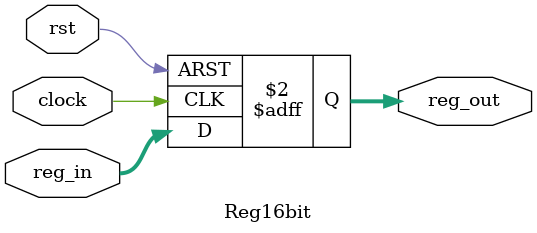
<source format=v>
module Reg16bit(clock, rst, reg_in, reg_out);
	input clock, rst;
	input[15:0] reg_in;
	output reg[15:0] reg_out;

	always@(posedge clock, posedge rst)begin
		if(rst) reg_out <= 16'd0;
		else reg_out <= reg_in;
	end

endmodule

</source>
